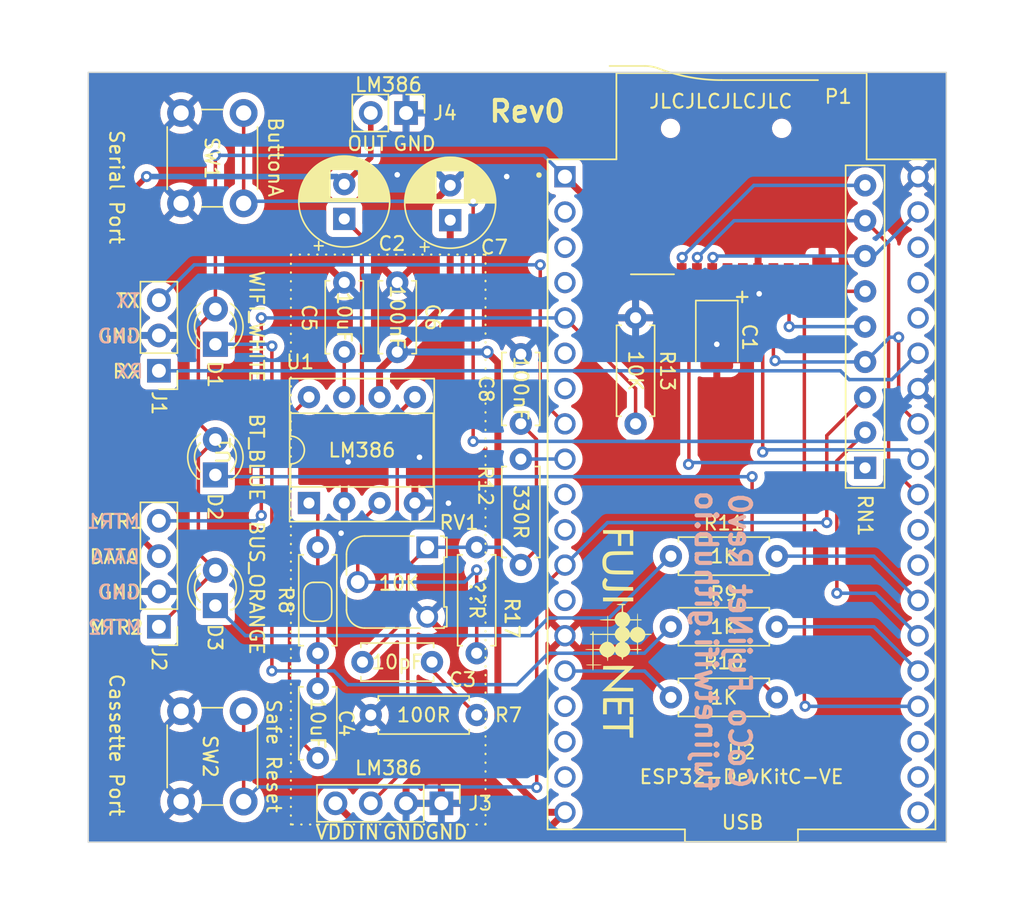
<source format=kicad_pcb>
(kicad_pcb (version 20221018) (generator pcbnew)
  (layers (0 "F.Cu" signal) (31 "B.Cu" signal) (34 "B.Paste" user) (35 "F.Paste" user) (36 "B.SilkS" user "B.Silkscreen") (37 "F.SilkS" user "F.Silkscreen") (38 "B.Mask" user) (39 "F.Mask" user) (44 "Edge.Cuts" user))
  (net 0 "")
  (net 1 "+3.3V")
  (net 2 "GND")
  (net 3 "Net-(C2-Pad1)")
  (net 4 "/CAS_PIN4_DATAIN")
  (net 5 "Net-(C3-Pad2)")
  (net 6 "Net-(C4-Pad2)")
  (net 7 "Net-(U1-BYPASS)")
  (net 8 "+5V")
  (net 9 "/LM386_IN")
  (net 10 "Net-(D1-K)")
  (net 11 "Net-(D2-K)")
  (net 12 "Net-(D3-K)")
  (net 13 "/SER_PIN2_RX")
  (net 14 "/SER_PIN4_TX")
  (net 15 "/CAS_PIN3_MTR1")
  (net 16 "Net-(P1-DAT2)")
  (net 17 "/IO5{slash}SPI_CS")
  (net 18 "/IO23{slash}SPI_MOSI")
  (net 19 "/IO18{slash}SPI_CLK")
  (net 20 "/IO19{slash}SPI_MISO")
  (net 21 "Net-(P1-DAT1)")
  (net 22 "/IO15{slash}CD")
  (net 23 "Net-(JP1-A)")
  (net 24 "/IO2{slash}LED_WIFI")
  (net 25 "/IO13{slash}LED_BT")
  (net 26 "/IO4{slash}LED_BUS")
  (net 27 "Net-(U2-IO25)")
  (net 28 "/IO14{slash}SAFE_RESET")
  (net 29 "Net-(U1-+)")
  (net 49 "Net-(JP1-B)")
  (net 50 "/IO0{slash}BUTTON_A")
  (footprint "LED_THT:LED_D3.0mm" (layer "F.Cu") (at 134.874 73.025 90)
    (fp_text reference "D1" (at -2.159 -0.036 270 unlocked) (layer "F.SilkS"))
    (fp_text value "WIFI_WHITE" (at 1.27 2.96 270 unlocked) (layer "F.SilkS"))
    (pad "1" thru_hole rect (at 0 0 90) (size 1.8 1.8) (drill 0.9) (layers "*.Cu" "*.Mask") (net 10 "Net-(D1-K)"))
    (pad "2" thru_hole circle (at 2.54 0 90) (size 1.8 1.8) (drill 0.9) (layers "*.Cu" "*.Mask") (net 1 "+3.3V"))
  )
  (footprint "Button_Switch_THT:SW_PUSH_6mm_H5mm" (layer "F.Cu") (at 136.906 56.388 -90)
    (fp_text reference "SW1" (at 3.25 2.286 -90 unlocked) (layer "F.SilkS"))
    (fp_text value "ButtonA" (at 3.175 -2.286 -90 unlocked) (layer "F.SilkS"))
    (pad "1" thru_hole circle (at 0 0) (size 2 2) (drill 1.1) (layers "*.Cu" "*.Mask") (net 50 "/IO0{slash}BUTTON_A"))
    (pad "1" thru_hole circle (at 6.5 0) (size 2 2) (drill 1.1) (layers "*.Cu" "*.Mask") (net 50 "/IO0{slash}BUTTON_A"))
    (pad "2" thru_hole circle (at 0 4.5) (size 2 2) (drill 1.1) (layers "*.Cu" "*.Mask") (net 2 "GND"))
    (pad "2" thru_hole circle (at 6.5 4.5) (size 2 2) (drill 1.1) (layers "*.Cu" "*.Mask") (net 2 "GND"))
  )
  (footprint "Connector_PinHeader_2.54mm:PinHeader_1x04_P2.54mm_Vertical" (layer "F.Cu") (at 130.81 93.345 180)
    (fp_text reference "J2" (at 0 -2.33 270 unlocked) (layer "F.SilkS"))
    (fp_text value "Cassette Port" (at 3.048 -8.509 270 unlocked) (layer "F.SilkS"))
    (pad "1" thru_hole rect (at 0 0 180) (size 1.7 1.7) (drill 1) (layers "*.Cu" "*.Mask") (net 1 "+3.3V"))
    (pad "2" thru_hole oval (at 0 2.54 180) (size 1.7 1.7) (drill 1) (layers "*.Cu" "*.Mask") (net 2 "GND"))
    (pad "3" thru_hole oval (at 0 5.08 180) (size 1.7 1.7) (drill 1) (layers "*.Cu" "*.Mask") (net 4 "/CAS_PIN4_DATAIN"))
    (pad "4" thru_hole oval (at 0 7.62 180) (size 1.7 1.7) (drill 1) (layers "*.Cu" "*.Mask") (net 15 "/CAS_PIN3_MTR1"))
  )
  (footprint "Resistor_THT:R_Axial_DIN0207_L6.3mm_D2.5mm_P7.62mm_Horizontal" (layer "F.Cu") (at 153.67 95.25 90)
    (fp_text reference "R17" (at 2.54 2.54 270 unlocked) (layer "F.SilkS"))
    (fp_text value "??R" (at 3.81 0 270 unlocked) (layer "F.SilkS"))
    (fp_text user "${REFERENCE}" (at 2.54 2.54 270 unlocked) (layer "F.SilkS"))
    (pad "1" thru_hole circle (at 0 0 90) (size 1.6 1.6) (drill 0.8) (layers "*.Cu" "*.Mask") (net 29 "Net-(U1-+)"))
    (pad "2" thru_hole oval (at 7.62 0 90) (size 1.6 1.6) (drill 0.8) (layers "*.Cu" "*.Mask") (net 9 "/LM386_IN"))
  )
  (footprint "Connector_PinHeader_2.54mm:PinHeader_1x02_P2.54mm_Vertical" (layer "F.Cu") (at 148.59 56.388 -90)
    (fp_text reference "J4" (at 0 -2.794) (layer "F.SilkS"))
    (fp_text value "LM386" (at -2.032 1.27 unlocked) (layer "F.SilkS"))
    (pad "1" thru_hole rect (at 0 0 270) (size 1.7 1.7) (drill 1) (layers "*.Cu" "*.Mask") (net 2 "GND"))
    (pad "2" thru_hole oval (at 0 2.54 270) (size 1.7 1.7) (drill 1) (layers "*.Cu" "*.Mask") (net 4 "/CAS_PIN4_DATAIN"))
  )
  (footprint "LED_THT:LED_D3.0mm" (layer "F.Cu") (at 134.874 91.821 90)
    (fp_text reference "D3" (at -2.286 -0.036 270 unlocked) (layer "F.SilkS"))
    (fp_text value "BUS_ORANGE" (at 1.27 2.96 270 unlocked) (layer "F.SilkS"))
    (pad "1" thru_hole rect (at 0 0 90) (size 1.8 1.8) (drill 0.9) (layers "*.Cu" "*.Mask") (net 12 "Net-(D3-K)"))
    (pad "2" thru_hole circle (at 2.54 0 90) (size 1.8 1.8) (drill 0.9) (layers "*.Cu" "*.Mask") (net 1 "+3.3V"))
  )
  (footprint "Capacitor_THT:C_Disc_D5.0mm_W2.5mm_P5.00mm" (layer "F.Cu") (at 147.955 73.58 90)
    (fp_text reference "C6" (at 2.5 2.54 270 unlocked) (layer "F.SilkS"))
    (fp_text value "100nF" (at 2.5 0 270 unlocked) (layer "F.SilkS"))
    (pad "1" thru_hole circle (at 0 0 90) (size 1.6 1.6) (drill 0.8) (layers "*.Cu" "*.Mask") (net 8 "+5V"))
    (pad "2" thru_hole circle (at 5 0 90) (size 1.6 1.6) (drill 0.8) (layers "*.Cu" "*.Mask") (net 2 "GND"))
  )
  (footprint "ESP32-DEVKITC-32U:MODULE_ESP32-DEVKITC-32U" (layer "F.Cu") (at 172.72 83.82)
    (fp_text reference "U2" (at 0 18.542 unlocked) (layer "F.SilkS"))
    (fp_text value "ESP32-DevKitC-VE" (at 0 20.32) (layer "F.SilkS"))
    (pad "1" thru_hole rect (at -12.7 -22.85) (size 1.53 1.53) (drill 1.02) (layers "*.Cu" "*.Mask") (net 1 "+3.3V"))
    (pad "2" thru_hole circle (at -12.7 -20.31) (size 1.53 1.53) (drill 1.02) (layers "*.Cu" "*.Mask"))
    (pad "3" thru_hole circle (at -12.7 -17.77) (size 1.53 1.53) (drill 1.02) (layers "*.Cu" "*.Mask"))
    (pad "4" thru_hole circle (at -12.7 -15.23) (size 1.53 1.53) (drill 1.02) (layers "*.Cu" "*.Mask"))
    (pad "5" thru_hole circle (at -12.7 -12.69) (size 1.53 1.53) (drill 1.02) (layers "*.Cu" "*.Mask") (net 15 "/CAS_PIN3_MTR1"))
    (pad "6" thru_hole circle (at -12.7 -10.15) (size 1.53 1.53) (drill 1.02) (layers "*.Cu" "*.Mask"))
    (pad "7" thru_hole circle (at -12.7 -7.61) (size 1.53 1.53) (drill 1.02) (layers "*.Cu" "*.Mask"))
    (pad "8" thru_hole circle (at -12.7 -5.07) (size 1.53 1.53) (drill 1.02) (layers "*.Cu" "*.Mask") (net 14 "/SER_PIN4_TX"))
    (pad "9" thru_hole circle (at -12.7 -2.53) (size 1.53 1.53) (drill 1.02) (layers "*.Cu" "*.Mask") (net 27 "Net-(U2-IO25)"))
    (pad "10" thru_hole circle (at -12.7 0.01) (size 1.53 1.53) (drill 1.02) (layers "*.Cu" "*.Mask"))
    (pad "11" thru_hole circle (at -12.7 2.55) (size 1.53 1.53) (drill 1.02) (layers "*.Cu" "*.Mask"))
    (pad "12" thru_hole circle (at -12.7 5.09) (size 1.53 1.53) (drill 1.02) (layers "*.Cu" "*.Mask") (net 28 "/IO14{slash}SAFE_RESET"))
    (pad "13" thru_hole circle (at -12.7 7.63) (size 1.53 1.53) (drill 1.02) (layers "*.Cu" "*.Mask"))
    (pad "14" thru_hole circle (at -12.7 10.17) (size 1.53 1.53) (drill 1.02) (layers "*.Cu" "*.Mask") (net 2 "GND"))
    (pad "15" thru_hole circle (at -12.7 12.71) (size 1.53 1.53) (drill 1.02) (layers "*.Cu" "*.Mask") (net 25 "/IO13{slash}LED_BT"))
    (pad "16" thru_hole circle (at -12.7 15.25) (size 1.53 1.53) (drill 1.02) (layers "*.Cu" "*.Mask"))
    (pad "17" thru_hole circle (at -12.7 17.79) (size 1.53 1.53) (drill 1.02) (layers "*.Cu" "*.Mask"))
    (pad "18" thru_hole circle (at -12.7 20.33) (size 1.53 1.53) (drill 1.02) (layers "*.Cu" "*.Mask"))
    (pad "19" thru_hole circle (at -12.7 22.87) (size 1.53 1.53) (drill 1.02) (layers "*.Cu" "*.Mask") (net 8 "+5V"))
    (pad "20" thru_hole circle (at 12.7 22.87) (size 1.53 1.53) (drill 1.02) (layers "*.Cu" "*.Mask"))
    (pad "21" thru_hole circle (at 12.7 20.33) (size 1.53 1.53) (drill 1.02) (layers "*.Cu" "*.Mask"))
    (pad "22" thru_hole circle (at 12.7 17.79) (size 1.53 1.53) (drill 1.02) (layers "*.Cu" "*.Mask"))
    (pad "23" thru_hole circle (at 12.7 15.25) (size 1.53 1.53) (drill 1.02) (layers "*.Cu" "*.Mask") (net 22 "/IO15{slash}CD"))
    (pad "24" thru_hole circle (at 12.7 12.71) (size 1.53 1.53) (drill 1.02) (layers "*.Cu" "*.Mask") (net 24 "/IO2{slash}LED_WIFI"))
    (pad "25" thru_hole circle (at 12.7 10.17) (size 1.53 1.53) (drill 1.02) (layers "*.Cu" "*.Mask") (net 50 "/IO0{slash}BUTTON_A"))
    (pad "26" thru_hole circle (at 12.7 7.63) (size 1.53 1.53) (drill 1.02) (layers "*.Cu" "*.Mask") (net 26 "/IO4{slash}LED_BUS"))
    (pad "27" thru_hole circle (at 12.7 5.09) (size 1.53 1.53) (drill 1.02) (layers "*.Cu" "*.Mask"))
    (pad "28" thru_hole circle (at 12.7 2.55) (size 1.53 1.53) (drill 1.02) (layers "*.Cu" "*.Mask"))
    (pad "29" thru_hole circle (at 12.7 0.01) (size 1.53 1.53) (drill 1.02) (layers "*.Cu" "*.Mask") (net 17 "/IO5{slash}SPI_CS"))
    (pad "30" thru_hole circle (at 12.7 -2.53) (size 1.53 1.53) (drill 1.02) (layers "*.Cu" "*.Mask") (net 19 "/IO18{slash}SPI_CLK"))
    (pad "31" thru_hole circle (at 12.7 -5.07) (size 1.53 1.53) (drill 1.02) (layers "*.Cu" "*.Mask") (net 20 "/IO19{slash}SPI_MISO"))
    (pad "32" thru_hole circle (at 12.7 -7.61) (size 1.53 1.53) (drill 1.02) (layers "*.Cu" "*.Mask") (net 2 "GND"))
    (pad "33" thru_hole circle (at 12.7 -10.15) (size 1.53 1.53) (drill 1.02) (layers "*.Cu" "*.Mask") (net 13 "/SER_PIN2_RX"))
    (pad "34" thru_hole circle (at 12.7 -12.69) (size 1.53 1.53) (drill 1.02) (layers "*.Cu" "*.Mask"))
    (pad "35" thru_hole circle (at 12.7 -15.23) (size 1.53 1.53) (drill 1.02) (layers "*.Cu" "*.Mask"))
    (pad "36" thru_hole circle (at 12.7 -17.77) (size 1.53 1.53) (drill 1.02) (layers "*.Cu" "*.Mask"))
    (pad "37" thru_hole circle (at 12.7 -20.31) (size 1.53 1.53) (drill 1.02) (layers "*.Cu" "*.Mask") (net 18 "/IO23{slash}SPI_MOSI"))
    (pad "38" thru_hole circle (at 12.7 -22.85) (size 1.53 1.53) (drill 1.02) (layers "*.Cu" "*.Mask") (net 2 "GND"))
  )
  (footprint "Resistor_THT:R_Axial_DIN0207_L6.3mm_D2.5mm_P7.62mm_Horizontal" (layer "F.Cu") (at 167.64 93.345)
    (fp_text reference "R9" (at 3.81 -2.37) (layer "F.SilkS"))
    (fp_text value "1K" (at 3.81 0 unlocked) (layer "F.SilkS"))
    (pad "1" thru_hole circle (at 0 0) (size 1.6 1.6) (drill 0.8) (layers "*.Cu" "*.Mask") (net 10 "Net-(D1-K)"))
    (pad "2" thru_hole oval (at 7.62 0) (size 1.6 1.6) (drill 0.8) (layers "*.Cu" "*.Mask") (net 24 "/IO2{slash}LED_WIFI"))
  )
  (footprint "Connector_PinHeader_2.54mm:PinHeader_1x04_P2.54mm_Vertical" (layer "F.Cu") (at 151.13 106.045 -90)
    (fp_text reference "J3" (at 0 -2.794 -180) (layer "F.SilkS"))
    (fp_text value "LM386" (at -2.54 3.81 180) (layer "F.SilkS"))
    (pad "1" thru_hole rect (at 0 0 270) (size 1.7 1.7) (drill 1) (layers "*.Cu" "*.Mask") (net 2 "GND"))
    (pad "2" thru_hole oval (at 0 2.54 270) (size 1.7 1.7) (drill 1) (layers "*.Cu" "*.Mask") (net 2 "GND"))
    (pad "3" thru_hole oval (at 0 5.08 270) (size 1.7 1.7) (drill 1) (layers "*.Cu" "*.Mask") (net 9 "/LM386_IN"))
    (pad "4" thru_hole oval (at 0 7.62 270) (size 1.7 1.7) (drill 1) (layers "*.Cu" "*.Mask") (net 8 "+5V"))
  )
  (footprint "Resistor_THT:R_Axial_DIN0207_L6.3mm_D2.5mm_P7.62mm_Horizontal" (layer "F.Cu") (at 146.05 99.695)
    (fp_text reference "R7" (at 9.906 0) (layer "F.SilkS"))
    (fp_text value "100R" (at 3.81 0 unlocked) (layer "F.SilkS"))
    (pad "1" thru_hole circle (at 0 0) (size 1.6 1.6) (drill 0.8) (layers "*.Cu" "*.Mask") (net 2 "GND"))
    (pad "2" thru_hole oval (at 7.62 0) (size 1.6 1.6) (drill 0.8) (layers "*.Cu" "*.Mask") (net 5 "Net-(C3-Pad2)"))
  )
  (footprint "Capacitor_Tantalum_SMD:CP_EIA-3528-15_AVX-H_Pad1.50x2.35mm_HandSolder" (layer "F.Cu") (at 170.942 72.517 -90)
    (fp_text reference "C1" (at 0 -2.35 -90 unlocked) (layer "F.SilkS"))
    (fp_text value "47uF 10v")
    (pad "1" smd roundrect (at -1.625 0 270) (size 1.5 2.35) (layers "F.Cu" "F.Paste" "F.Mask") (roundrect_rratio 0.1666673333) (net 1 "+3.3V"))
    (pad "2" smd roundrect (at 1.625 0 270) (size 1.5 2.35) (layers "F.Cu" "F.Paste" "F.Mask") (roundrect_rratio 0.1666673333) (net 2 "GND"))
  )
  (footprint "Resistor_THT:R_Axial_DIN0207_L6.3mm_D2.5mm_P7.62mm_Horizontal" (layer "F.Cu") (at 167.64 88.265)
    (fp_text reference "R11" (at 3.81 -2.37) (layer "F.SilkS"))
    (fp_text value "1K" (at 3.81 0 unlocked) (layer "F.SilkS"))
    (pad "1" thru_hole circle (at 0 0) (size 1.6 1.6) (drill 0.8) (layers "*.Cu" "*.Mask") (net 12 "Net-(D3-K)"))
    (pad "2" thru_hole oval (at 7.62 0) (size 1.6 1.6) (drill 0.8) (layers "*.Cu" "*.Mask") (net 26 "/IO4{slash}LED_BUS"))
  )
  (footprint "Capacitor_THT:CP_Radial_D6.3mm_P2.50mm" (layer "F.Cu") (at 151.765 64.095 90)
    (fp_text reference "C7" (at -1.945 3.175 180) (layer "F.SilkS"))
    (fp_text value "100uF")
    (pad "1" thru_hole rect (at 0 0 90) (size 1.6 1.6) (drill 0.8) (layers "*.Cu" "*.Mask") (net 8 "+5V"))
    (pad "2" thru_hole circle (at 2.5 0 90) (size 1.6 1.6) (drill 0.8) (layers "*.Cu" "*.Mask") (net 2 "GND"))
  )
  (footprint "Button_Switch_THT:SW_PUSH_6mm_H5mm" (layer "F.Cu") (at 136.906 99.418 -90)
    (fp_text reference "SW2" (at 3.25 2.413 -90 unlocked) (layer "F.SilkS"))
    (fp_text value "Safe Reset" (at 3.23 -2.159 -90 unlocked) (layer "F.SilkS"))
    (pad "1" thru_hole circle (at 0 0) (size 2 2) (drill 1.1) (layers "*.Cu" "*.Mask") (net 28 "/IO14{slash}SAFE_RESET"))
    (pad "1" thru_hole circle (at 6.5 0) (size 2 2) (drill 1.1) (layers "*.Cu" "*.Mask") (net 28 "/IO14{slash}SAFE_RESET"))
    (pad "2" thru_hole circle (at 0 4.5) (size 2 2) (drill 1.1) (layers "*.Cu" "*.Mask") (net 2 "GND"))
    (pad "2" thru_hole circle (at 6.5 4.5) (size 2 2) (drill 1.1) (layers "*.Cu" "*.Mask") (net 2 "GND"))
  )
  (footprint "Jumper:SolderJumper-2_P1.3mm_Bridged_RoundedPad1.0x1.5mm" (layer "F.Cu") (at 142.24 91.552 90)
    (fp_text reference "JP1" hide)
    (fp_text value "GAIN" hide)
    (fp_poly (pts (xy 0.25 -0.3) (xy -0.25 -0.3) (xy -0.25 0.3) (xy 0.25 0.3)) (fill solid) (layer "F.Cu"))
    (pad "1" smd custom (at -0.65 0 90) (size 1 0.5) (layers "F.Cu" "F.Mask") (net 23 "Net-(JP1-A)") (options (clearance outline) (anchor rect)) (primitives (gr_circle (center 0 0.25) (end 0.5 0.25) (width 0) (fill yes)) (gr_circle (center 0 -0.25) (end 0.5 -0.25) (width 0) (fill yes)) (gr_poly (pts (xy 0.5 0.75) (xy 0 0.75) (xy 0 -0.75) (xy 0.5 -0.75)) (width 0) (fill yes))))
    (pad "2" smd custom (at 0.65 0 90) (size 1 0.5) (layers "F.Cu" "F.Mask") (net 49 "Net-(JP1-B)") (options (clearance outline) (anchor rect)) (primitives (gr_circle (center 0 0.25) (end 0.5 0.25) (width 0) (fill yes)) (gr_circle (center 0 -0.25) (end 0.5 -0.25) (width 0) (fill yes)) (gr_poly (pts (xy 0 0.75) (xy -0.5 0.75) (xy -0.5 -0.75) (xy 0 -0.75)) (width 0) (fill yes))))
  )
  (footprint "Connector_PinHeader_2.54mm:PinHeader_1x03_P2.54mm_Vertical" (layer "F.Cu") (at 130.81 74.93 180)
    (fp_text reference "J1" (at 0 -2.33 270 unlocked) (layer "F.SilkS"))
    (fp_text value "Serial Port" (at 3.048 13.208 270 unlocked) (layer "F.SilkS"))
    (pad "1" thru_hole rect (at 0 0 180) (size 1.7 1.7) (drill 1) (layers "*.Cu" "*.Mask") (net 13 "/SER_PIN2_RX"))
    (pad "2" thru_hole oval (at 0 2.54 180) (size 1.7 1.7) (drill 1) (layers "*.Cu" "*.Mask") (net 2 "GND"))
    (pad "3" thru_hole oval (at 0 5.08 180) (size 1.7 1.7) (drill 1) (layers "*.Cu" "*.Mask") (net 14 "/SER_PIN4_TX"))
  )
  (footprint "Resistor_THT:R_Array_SIP9" (layer "F.Cu") (at 181.61 81.915 90)
    (fp_text reference "RN1" (at -3.429 0 270 unlocked) (layer "F.SilkS"))
    (fp_text value "10K")
    (pad "1" thru_hole rect (at 0 0 90) (size 1.6 1.6) (drill 0.8) (layers "*.Cu" "*.Mask") (net 1 "+3.3V"))
    (pad "2" thru_hole oval (at 2.54 0 90) (size 1.6 1.6) (drill 0.8) (layers "*.Cu" "*.Mask") (net 50 "/IO0{slash}BUTTON_A"))
    (pad "3" thru_hole oval (at 5.08 0 90) (size 1.6 1.6) (drill 0.8) (layers "*.Cu" "*.Mask") (net 28 "/IO14{slash}SAFE_RESET"))
    (pad "4" thru_hole oval (at 7.62 0 90) (size 1.6 1.6) (drill 0.8) (layers "*.Cu" "*.Mask") (net 20 "/IO19{slash}SPI_MISO"))
    (pad "5" thru_hole oval (at 10.16 0 90) (size 1.6 1.6) (drill 0.8) (layers "*.Cu" "*.Mask") (net 21 "Net-(P1-DAT1)"))
    (pad "6" thru_hole oval (at 12.7 0 90) (size 1.6 1.6) (drill 0.8) (layers "*.Cu" "*.Mask") (net 22 "/IO15{slash}CD"))
    (pad "7" thru_hole oval (at 15.24 0 90) (size 1.6 1.6) (drill 0.8) (layers "*.Cu" "*.Mask") (net 18 "/IO23{slash}SPI_MOSI"))
    (pad "8" thru_hole oval (at 17.78 0 90) (size 1.6 1.6) (drill 0.8) (layers "*.Cu" "*.Mask") (net 17 "/IO5{slash}SPI_CS"))
    (pad "9" thru_hole oval (at 20.32 0 90) (size 1.6 1.6) (drill 0.8) (layers "*.Cu" "*.Mask") (net 16 "Net-(P1-DAT2)"))
  )
  (footprint "Resistor_THT:R_Axial_DIN0207_L6.3mm_D2.5mm_P7.62mm_Horizontal" (layer "F.Cu") (at 165.1 78.74 90)
    (fp_text reference "R13" (at 3.81 2.286 270 unlocked) (layer "F.SilkS"))
    (fp_text value "10K" (at 3.81 0 270 unlocked) (layer "F.SilkS"))
    (pad "1" thru_hole circle (at 0 0 90) (size 1.6 1.6) (drill 0.8) (layers "*.Cu" "*.Mask") (net 15 "/CAS_PIN3_MTR1"))
    (pad "2" thru_hole oval (at 7.62 0 90) (size 1.6 1.6) (drill 0.8) (layers "*.Cu" "*.Mask") (net 2 "GND"))
  )
  (footprint "Capacitor_THT:C_Disc_D5.0mm_W2.5mm_P5.00mm" (layer "F.Cu") (at 142.24 97.79 -90)
    (fp_text reference "C4" (at 2.5 -2.032 -90 unlocked) (layer "F.SilkS"))
    (fp_text value "10uF" (at 2.5 0 -90 unlocked) (layer "F.SilkS"))
    (pad "1" thru_hole circle (at 0 0 270) (size 1.6 1.6) (drill 0.8) (layers "*.Cu" "*.Mask") (net 23 "Net-(JP1-A)"))
    (pad "2" thru_hole circle (at 5 0 270) (size 1.6 1.6) (drill 0.8) (layers "*.Cu" "*.Mask") (net 6 "Net-(C4-Pad2)"))
  )
  (footprint "LED_THT:LED_D3.0mm" (layer "F.Cu") (at 134.874 82.423 90)
    (fp_text reference "D2" (at -2.281 -0.036 270 unlocked) (layer "F.SilkS"))
    (fp_text value "BT_BLUE" (at 1.27 2.96 270 unlocked) (layer "F.SilkS"))
    (pad "1" thru_hole rect (at 0 0 90) (size 1.8 1.8) (drill 0.9) (layers "*.Cu" "*.Mask") (net 11 "Net-(D2-K)"))
    (pad "2" thru_hole circle (at 2.54 0 90) (size 1.8 1.8) (drill 0.9) (layers "*.Cu" "*.Mask") (net 1 "+3.3V"))
  )
  (footprint "Capacitor_THT:CP_Radial_D6.3mm_P2.50mm" (layer "F.Cu") (at 144.145 64.00738 90)
    (fp_text reference "C2" (at -1.77862 3.429 180) (layer "F.SilkS"))
    (fp_text value "100uF")
    (pad "1" thru_hole rect (at 0 0 90) (size 1.6 1.6) (drill 0.8) (layers "*.Cu" "*.Mask") (net 3 "Net-(C2-Pad1)"))
    (pad "2" thru_hole circle (at 2.5 0 90) (size 1.6 1.6) (drill 0.8) (layers "*.Cu" "*.Mask") (net 4 "/CAS_PIN4_DATAIN"))
  )
  (footprint "Capacitor_THT:C_Disc_D5.0mm_W2.5mm_P5.00mm" (layer "F.Cu") (at 144.145 68.58 -90)
    (fp_text reference "C5" (at 2.54 2.54 -90 unlocked) (layer "F.SilkS"))
    (fp_text value "10uF" (at 2.5 0 -90 unlocked) (layer "F.SilkS"))
    (pad "1" thru_hole circle (at 0 0 270) (size 1.6 1.6) (drill 0.8) (layers "*.Cu" "*.Mask") (net 2 "GND"))
    (pad "2" thru_hole circle (at 5 0 270) (size 1.6 1.6) (drill 0.8) (layers "*.Cu" "*.Mask") (net 7 "Net-(U1-BYPASS)"))
  )
  (footprint "LOGO" (layer "F.Cu") (at 163.83 93.8784 -90)
    (fp_text reference "G***" hide)
    (fp_text value "LOGO" hide)
  )
  (footprint "Capacitor_THT:C_Disc_D5.0mm_W2.5mm_P5.00mm" (layer "F.Cu") (at 156.845 78.74 90)
    (fp_text reference "C8" (at 2.5 -2.5 270 unlocked) (layer "F.SilkS"))
    (fp_text value "100nF" (at 2.54 0 270 unlocked) (layer "F.SilkS"))
    (pad "1" thru_hole circle (at 0 0 90) (size 1.6 1.6) (drill 0.8) (layers "*.Cu" "*.Mask") (net 9 "/LM386_IN"))
    (pad "2" thru_hole circle (at 5 0 90) (size 1.6 1.6) (drill 0.8) (layers "*.Cu" "*.Mask") (net 2 "GND"))
  )
  (footprint "ST-TF-003A:SUNTECH_ST-TF-003A" (layer "F.Cu") (at 171.9326 62.6618 180)
    (fp_text reference "P1" (at -7.745 7.456) (layer "F.SilkS"))
    (fp_text value "ST-TF-003A")
    (pad "" np_thru_hole circle (at -3.68 5.17 180) (size 0.9 0.9) (drill 0.9) (layers "*.Cu" "*.Mask"))
    (pad "" np_thru_hole circle (at 4.32 5.17 180) (size 0.9 0.9) (drill 0.9) (layers "*.Cu" "*.Mask"))
    (pad "1" smd rect (at 3.52 -5.33 180) (size 0.7 1.6) (layers "F.Cu" "F.Paste" "F.Mask") (net 16 "Net-(P1-DAT2)"))
    (pad "2" smd rect (at 2.42 -5.33 180) (size 0.7 1.6) (layers "F.Cu" "F.Paste" "F.Mask") (net 17 "/IO5{slash}SPI_CS"))
    (pad "3" smd rect (at 1.32 -5.33 180) (size 0.7 1.6) (layers "F.Cu" "F.Paste" "F.Mask") (net 18 "/IO23{slash}SPI_MOSI"))
    (pad "4" smd rect (at 0.22 -5.33 180) (size 0.7 1.6) (layers "F.Cu" "F.Paste" "F.Mask") (net 1 "+3.3V"))
    (pad "5" smd rect (at -0.88 -5.33 180) (size 0.7 1.6) (layers "F.Cu" "F.Paste" "F.Mask") (net 19 "/IO18{slash}SPI_CLK"))
    (pad "6" smd rect (at -1.98 -5.33 180) (size 0.7 1.6) (layers "F.Cu" "F.Paste" "F.Mask") (net 2 "GND"))
    (pad "7" smd rect (at -3.08 -5.33 180) (size 0.7 1.6) (layers "F.Cu" "F.Paste" "F.Mask") (net 20 "/IO19{slash}SPI_MISO"))
    (pad "8" smd rect (at -4.18 -5.33 180) (size 0.7 1.6) (layers "F.Cu" "F.Paste" "F.Mask") (net 21 "Net-(P1-DAT1)"))
    (pad "9" smd rect (at -5.28 -5.33 180) (size 0.7 1.6) (layers "F.Cu" "F.Paste" "F.Mask") (net 22 "/IO15{slash}CD"))
    (pad "G1" smd rect (at -6.58 -4.73 180) (size 1.4 1.6) (layers "F.Cu" "F.Paste" "F.Mask") (net 2 "GND"))
    (pad "G2" smd rect (at -6.58 4.77 180) (size 1.4 2.2) (layers "F.Cu" "F.Paste" "F.Mask") (net 2 "GND"))
    (pad "G3" smd rect (at 9.12 4.77 180) (size 1.4 2.2) (layers "F.Cu" "F.Paste" "F.Mask") (net 2 "GND"))
    (pad "G4" smd rect (at 8.22 -4.83 180) (size 1.8 1.4) (layers "F.Cu" "F.Paste" "F.Mask") (net 2 "GND"))
  )
  (footprint "Potentiometer_THT:Potentiometer_Runtron_RM-065_Vertical" (layer "F.Cu") (at 150.114 87.63 -90)
    (fp_text reference "RV1" (at -1.778 -2.286) (layer "F.SilkS"))
    (fp_text value "10K" (at 2.6 2.032 unlocked) (layer "F.SilkS"))
    (pad "1" thru_hole rect (at 0 0 270) (size 1.56 1.56) (drill 1) (layers "*.Cu" "*.Mask") (net 9 "/LM386_IN"))
    (pad "2" thru_hole circle (at 2.5 5 270) (size 1.56 1.56) (drill 1) (layers "*.Cu" "*.Mask") (net 29 "Net-(U1-+)"))
    (pad "3" thru_hole circle (at 5 0 270) (size 1.56 1.56) (drill 1) (layers "*.Cu" "*.Mask") (net 2 "GND"))
  )
  (footprint "Resistor_THT:R_Axial_DIN0207_L6.3mm_D2.5mm_P7.62mm_Horizontal" (layer "F.Cu") (at 156.845 88.9 90)
    (fp_text reference "R12" (at 5.715 -2.54 270 unlocked) (layer "F.SilkS"))
    (fp_text value "330R" (at 3.81 0 270 unlocked) (layer "F.SilkS"))
    (pad "1" thru_hole circle (at 0 0 90) (size 1.6 1.6) (drill 0.8) (layers "*.Cu" "*.Mask") (net 9 "/LM386_IN"))
    (pad "2" thru_hole oval (at 7.62 0 90) (size 1.6 1.6) (drill 0.8) (layers "*.Cu" "*.Mask") (net 27 "Net-(U2-IO25)"))
  )
  (footprint "Resistor_THT:R_Axial_DIN0207_L6.3mm_D2.5mm_P7.62mm_Horizontal" (layer "F.Cu") (at 142.24 95.25 90)
    (fp_text reference "R8" (at 3.81 -2.286 270 unlocked) (layer "F.SilkS"))
    (fp_text value "0R" hide)
    (pad "1" thru_hole circle (at 0 0 90) (size 1.6 1.6) (drill 0.8) (layers "*.Cu" "*.Mask") (net 23 "Net-(JP1-A)"))
    (pad "2" thru_hole oval (at 7.62 0 90) (size 1.6 1.6) (drill 0.8) (layers "*.Cu" "*.Mask") (net 49 "Net-(JP1-B)"))
  )
  (footprint "Capacitor_THT:C_Disc_D5.0mm_W2.5mm_P5.00mm" (layer "F.Cu") (at 145.455 95.885)
    (fp_text reference "C3" (at 7.199 1.27) (layer "F.SilkS"))
    (fp_text value "10pF" (at 2.5 0 unlocked) (layer "F.SilkS"))
    (pad "1" thru_hole circle (at 0 0) (size 1.6 1.6) (drill 0.8) (layers "*.Cu" "*.Mask") (net 3 "Net-(C2-Pad1)"))
    (pad "2" thru_hole circle (at 5 0) (size 1.6 1.6) (drill 0.8) (layers "*.Cu" "*.Mask") (net 5 "Net-(C3-Pad2)"))
  )
  (footprint "Package_DIP:DIP-8_W7.62mm_Socket" (layer "F.Cu") (at 141.605 84.445 90)
    (fp_text reference "U1" (at 3.81 -6.14 90) (layer "F.SilkS"))
    (fp_text value "LM386" (at 3.8 3.81 unlocked) (layer "F.SilkS"))
    (fp_text user "${REFERENCE}" (at 10.15 -0.635 unlocked) (layer "F.SilkS"))
    (pad "1" thru_hole rect (at 0 0 90) (size 1.6 1.6) (drill 0.8) (layers "*.Cu" "*.Mask") (net 49 "Net-(JP1-B)"))
    (pad "2" thru_hole oval (at 0 2.54 90) (size 1.6 1.6) (drill 0.8) (layers "*.Cu" "*.Mask") (net 2 "GND"))
    (pad "3" thru_hole oval (at 0 5.08 90) (size 1.6 1.6) (drill 0.8) (layers "*.Cu" "*.Mask") (net 29 "Net-(U1-+)"))
    (pad "4" thru_hole oval (at 0 7.62 90) (size 1.6 1.6) (drill 0.8) (layers "*.Cu" "*.Mask") (net 2 "GND"))
    (pad "5" thru_hole oval (at 7.62 7.62 90) (size 1.6 1.6) (drill 0.8) (layers "*.Cu" "*.Mask") (net 3 "Net-(C2-Pad1)"))
    (pad "6" thru_hole oval (at 7.62 5.08 90) (size 1.6 1.6) (drill 0.8) (layers "*.Cu" "*.Mask") (net 8 "+5V"))
    (pad "7" thru_hole oval (at 7.62 2.54 90) (size 1.6 1.6) (drill 0.8) (layers "*.Cu" "*.Mask") (net 7 "Net-(U1-BYPASS)"))
    (pad "8" thru_hole oval (at 7.62 0 90) (size 1.6 1.6) (drill 0.8) (layers "*.Cu" "*.Mask") (net 6 "Net-(C4-Pad2)"))
  )
  (footprint "Resistor_THT:R_Axial_DIN0207_L6.3mm_D2.5mm_P7.62mm_Horizontal" (layer "F.Cu") (at 175.26 98.425 180)
    (fp_text reference "R10" (at 3.81 2.54) (layer "F.SilkS"))
    (fp_text value "1K" (at 3.81 0 unlocked) (layer "F.SilkS"))
    (pad "1" thru_hole circle (at 0 0 180) (size 1.6 1.6) (drill 0.8) (layers "*.Cu" "*.Mask") (net 11 "Net-(D2-K)"))
    (pad "2" thru_hole oval (at 7.62 0 180) (size 1.6 1.6) (drill 0.8) (layers "*.Cu" "*.Mask") (net 25 "/IO13{slash}LED_BT"))
  )
  (gr_rect (start 140.305 66.569) (end 154.305 107.569) (stroke (width 0.15) (type dot)) (fill none) (layer "F.SilkS"))
  (gr_rect (start 125.73 53.467) (end 187.452 108.839) (stroke (width 0.1)) (fill none) (layer "Edge.Cuts"))
  (gr_text "MTR1" (at 129.54 86.36) (layer "B.SilkS") (effects (font (size 1 1)) (justify left bottom mirror)))
  (gr_text "DATA" (at 129.54 88.9) (layer "B.SilkS") (effects (font (size 1 1)) (justify left bottom mirror)))
  (gr_text "RX" (at 127.635 75.565) (layer "B.SilkS") (effects (font (size 1 1)) (justify right bottom mirror)))
  (gr_text "CoCo FujiNet Rev0\nfujinetwifi.github.io" (at 169.291 94.361 270) (layer "B.SilkS") (effects (font (size 1.5 1.5) (thickness 0.3) bold) (justify bottom mirror)))
  (gr_text "GND" (at 129.54 73.025) (layer "B.SilkS") (effects (font (size 1 1)) (justify left bottom mirror)))
  (gr_text "GND" (at 129.54 91.44) (layer "B.SilkS") (effects (font (size 1 1)) (justify left bottom mirror)))
  (gr_text "MTR2" (at 129.667 93.98) (layer "B.SilkS") (effects (font (size 1 1)) (justify left bottom mirror)))
  (gr_text "TX" (at 127.635 70.485) (layer "B.SilkS") (effects (font (size 1 1)) (justify right bottom mirror)))
  (gr_text "GND" (at 146.812 108.712) (layer "F.SilkS") (effects (font (size 1 1)) (justify left bottom)))
  (gr_text "USB" (at 171.196 108.0008) (layer "F.SilkS") (effects (font (size 1 1)) (justify left bottom)))
  (gr_text "+" (at 172.7708 69.5452) (layer "F.SilkS") (effects (font (size 1 1))))
  (gr_text "GND" (at 126.365 91.44) (layer "F.SilkS") (effects (font (size 1 1)) (justify left bottom)))
  (gr_text "MTR1" (at 125.73 86.36) (layer "F.SilkS") (effects (font (size 1 1)) (justify left bottom)))
  (gr_text "DATA" (at 125.73 88.9) (layer "F.SilkS") (effects (font (size 1 1)) (justify left bottom)))
  (gr_text "GND" (at 147.574 59.182) (layer "F.SilkS") (effects (font (size 1 1)) (justify left bottom)))
  (gr_text "MTR2" (at 125.73 93.98) (layer "F.SilkS") (effects (font (size 1 1)) (justify left bottom)))
  (gr_text "VDD" (at 141.986 108.712) (layer "F.SilkS") (effects (font (size 1 1)) (justify left bottom)))
  (gr_text "GND" (at 126.365 73.025) (layer "F.SilkS") (effects (font (size 1 1)) (justify left bottom)))
  (gr_text "RX" (at 129.54 75.565) (layer "F.SilkS") (effects (font (size 1 1)) (justify right bottom)))
  (gr_text "JLCJLCJLCJLC" (at 165.989 56.134) (layer "F.SilkS") (effects (font (size 1 1)) (justify left bottom)))
  (gr_text "Rev0" (at 154.432 57.15) (layer "F.SilkS") (effects (font (size 1.5 1.5) (thickness 0.3) bold) (justify left bottom)))
  (gr_text "IN" (at 145.034 108.712) (layer "F.SilkS") (effects (font (size 1 1)) (justify left bottom)))
  (gr_text "OUT" (at 144.272 59.182) (layer "F.SilkS") (effects (font (size 1 1)) (justify left bottom)))
  (gr_text "GND" (at 149.86 108.712) (layer "F.SilkS") (effects (font (size 1 1)) (justify left bottom)))
  (gr_text "TX" (at 129.54 70.485) (layer "F.SilkS") (effects (font (size 1 1)) (justify right bottom)))
  (segment (start 171.7126 67.9918) (end 171.7126 70.1214) (width 0.5) (layer "F.Cu") (net 1))
  (segment (start 134.874 70.485) (end 133.649 71.71) (width 0.25) (layer "F.Cu") (net 1))
  (segment (start 168.91 81.661) (end 168.936 81.635) (width 0.25) (layer "F.Cu") (net 1))
  (segment (start 133.649 81.108) (end 133.649 88.056) (width 0.25) (layer "F.Cu") (net 1))
  (segment (start 134.874 79.883) (end 133.649 81.108) (width 0.25) (layer "F.Cu") (net 1))
  (segment (start 163.576 72.898) (end 161.798 71.12) (width 0.5) (layer "F.Cu") (net 1))
  (segment (start 130.81 93.345) (end 134.874 89.281) (width 0.25) (layer "F.Cu") (net 1))
  (segment (start 168.936 72.898) (end 163.576 72.898) (width 0.5) (layer "F.Cu") (net 1))
  (segment (start 133.649 88.056) (end 134.874 89.281) (width 0.25) (layer "F.Cu") (net 1))
  (segment (start 133.649 78.658) (end 134.874 79.883) (width 0.25) (layer "F.Cu") (net 1))
  (segment (start 133.649 71.71) (end 133.649 78.658) (width 0.25) (layer "F.Cu") (net 1))
  (segment (start 161.798 62.748) (end 160.02 60.97) (width 0.5) (layer "F.Cu") (net 1))
  (segment (start 171.7126 70.1214) (end 168.936 72.898) (width 0.5) (layer "F.Cu") (net 1))
  (segment (start 134.874 59.436) (end 134.874 70.485) (width 0.25) (layer "F.Cu") (net 1))
  (segment (start 168.936 81.635) (end 168.936 72.898) (width 0.25) (layer "F.Cu") (net 1))
  (segment (start 161.798 71.12) (end 161.798 62.748) (width 0.5) (layer "F.Cu") (net 1))
  (via (at 168.91 81.661) (size 0.8) (drill 0.4) (layers "F.Cu" "B.Cu") (net 1))
  (via (at 134.874 59.436) (size 0.8) (drill 0.4) (layers "F.Cu" "B.Cu") (net 1))
  (segment (start 181.229 81.534) (end 181.61 81.915) (width 0.25) (layer "B.Cu") (net 1))
  (segment (start 168.91 81.661) (end 169.037 81.534) (width 0.25) (layer "B.Cu") (net 1))
  (segment (start 169.037 81.534) (end 181.229 81.534) (width 0.25) (layer "B.Cu") (net 1))
  (segment (start 158.486 59.436) (end 160.02 60.97) (width 0.25) (layer "B.Cu") (net 1))
  (segment (start 134.874 59.436) (end 158.486 59.436) (width 0.25) (layer "B.Cu") (net 1))
  (segment (start 170.942 73.025) (end 170.942 74.142) (width 0.5) (layer "F.Cu") (net 2))
  (segment (start 173.94 69.3428) (end 173.94 68.412) (width 0.5) (layer "F.Cu") (net 2))
  (segment (start 173.99 69.3928) (end 173.94 69.3428) (width 0.5) (layer "F.Cu") (net 2))
  (via (at 155.829 60.96) (size 0.8) (drill 0.4) (layers "F.Cu" "B.Cu") (net 2))
  (via (at 173.99 69.3928) (size 0.8) (drill 0.4) (layers "F.Cu" "B.Cu") (net 2))
  (via (at 149.5552 81.153) (size 0.8) (drill 0.4) (layers "F.Cu" "B.Cu") (net 2))
  (via (at 147.955 60.833) (size 0.8) (drill 0.4) (layers "F.Cu" "B.Cu") (net 2))
  (via (at 170.942 73.025) (size 0.8) (drill 0.4) (layers "F.Cu" "B.Cu") (net 2))
  (via (at 151.638 84.455) (size 0.8) (drill 0.4) (layers "F.Cu" "B.Cu") (net 2))
  (via (at 144.4244 81.4832) (size 0.8) (drill 0.4) (layers "F.Cu" "B.Cu") (net 2))
  (via (at 143.9164 86.614) (size 0.8) (drill 0.4) (layers "F.Cu" "B.Cu") (net 2))
  (segment (start 147.955 93.385) (end 147.955 78.095) (width 0.25) (layer "F.Cu") (net 3))
  (segment (start 147.691 78.359) (end 146.177 78.359) (width 0.3) (layer "F.Cu") (net 3))
  (segment (start 148.1 77.95) (end 149.225 76.825) (width 0.3) (layer "F.Cu") (net 3))
  (segment (start 146.177 78.359) (end 145.415 77.597) (width 0.3) (layer "F.Cu") (net 3))
  (segment (start 148.1 77.95) (end 147.691 78.359) (width 0.3) (layer "F.Cu") (net 3))
  (segment (start 145.455 95.885) (end 147.955 93.385) (width 0.25) (layer "F.Cu") (net 3))
  (segment (start 147.955 78.095) (end 148.1 77.95) (width 0.25) (layer "F.Cu") (net 3))
  (segment (start 145.415 65.27738) (end 144.145 64.00738) (width 0.3) (layer "F.Cu") (net 3))
  (segment (start 145.415 77.597) (end 145.415 65.27738) (width 0.3) (layer "F.Cu") (net 3))
  (segment (start 144.145 61.50738) (end 146.05 59.60238) (width 0.4) (layer "F.Cu") (net 4))
  (segment (start 128.143 62.738) (end 128.143 85.598) (width 0.4) (layer "F.Cu") (net 4))
  (segment (start 128.143 85.598) (end 130.81 88.265) (width 0.4) (layer "F.Cu") (net 4))
  (segment (start 129.921 60.96) (end 128.143 62.738) (width 0.4) (layer "F.Cu") (net 4))
  (segment (start 146.05 59.60238) (end 146.05 56.388) (width 0.4) (layer "F.Cu") (net 4))
  (via (at 129.921 60.96) (size 0.8) (drill 0.4) (layers "F.Cu" "B.Cu") (net 4))
  (segment (start 129.921 60.96) (end 143.59762 60.96) (width 0.4) (layer "B.Cu") (net 4))
  (segment (start 143.59762 60.96) (end 144.145 61.50738) (width 0.4) (layer "B.Cu") (net 4))
  (segment (start 150.455 96.48) (end 150.455 95.885) (width 0.25) (layer "F.Cu") (net 5))
  (segment (start 153.67 99.695) (end 150.455 96.48) (width 0.25) (layer "F.Cu") (net 5))
  (segment (start 140.208 100.758) (end 140.208 78.222) (width 0.25) (layer "F.Cu") (net 6))
  (segment (start 142.24 102.79) (end 140.208 100.758) (width 0.25) (layer "F.Cu") (net 6))
  (segment (start 140.208 78.222) (end 141.605 76.825) (width 0.25) (layer "F.Cu") (net 6))
  (segment (start 144.145 76.825) (end 144.145 73.58) (width 0.25) (layer "F.Cu") (net 7))
  (segment (start 146.685 74.85) (end 147.955 73.58) (width 0.5) (layer "F.Cu") (net 8))
  (segment (start 145.161 107.696) (end 159.014 107.696) (width 0.5) (layer "F.Cu") (net 8))
  (segment (start 146.685 76.825) (end 146.685 74.85) (width 0.5) (layer "F.Cu") (net 8))
  (segment (start 147.955 73.58) (end 151.765 69.77) (width 0.5) (layer "F.Cu") (net 8))
  (segment (start 143.51 106.045) (end 145.161 107.696) (width 0.5) (layer "F.Cu") (net 8))
  (segment (start 155.194 103.310082) (end 158.573918 106.69) (width 0.5) (layer "F.Cu") (net 8))
  (segment (start 154.432 73.58) (end 155.194 74.342) (width 0.5) (layer "F.Cu") (net 8))
  (segment (start 155.194 74.342) (end 155.194 103.310082) (width 0.5) (layer "F.Cu") (net 8))
  (segment (start 159.014 107.696) (end 160.02 106.69) (width 0.5) (layer "F.Cu") (net 8))
  (segment (start 151.765 69.77) (end 151.765 64.095) (width 0.5) (layer "F.Cu") (net 8))
  (segment (start 158.573918 106.69) (end 160.02 106.69) (width 0.5) (layer "F.Cu") (net 8))
  (via (at 154.432 73.58) (size 0.9) (drill 0.5) (layers "F.Cu" "B.Cu") (net 8))
  (segment (start 154.432 73.58) (end 147.955 73.58) (width 0.5) (layer "B.Cu") (net 8))
  (segment (start 148.717 89.027) (end 150.114 87.63) (width 0.25) (layer "F.Cu") (net 9))
  (segment (start 146.05 106.045) (end 148.717 103.378) (width 0.25) (layer "F.Cu") (net 9))
  (segment (start 148.717 103.378) (end 148.717 89.027) (width 0.25) (layer "F.Cu") (net 9))
  (segment (start 157.97 87.775) (end 156.845 88.9) (width 0.25) (layer "F.Cu") (net 9))
  (segment (start 157.97 79.865) (end 157.97 87.775) (width 0.25) (layer "F.Cu") (net 9))
  (segment (start 156.845 78.74) (end 157.97 79.865) (width 0.25) (layer "F.Cu") (net 9))
  (segment (start 150.114 87.63) (end 153.67 87.63) (width 0.25) (layer "B.Cu") (net 9))
  (segment (start 155.575 87.63) (end 153.67 87.63) (width 0.25) (layer "B.Cu") (net 9))
  (segment (start 156.845 88.9) (end 155.575 87.63) (width 0.25) (layer "B.Cu") (net 9))
  (segment (start 138.938 73.152) (end 138.938 96.52) (width 0.25) (layer "F.Cu") (net 10))
  (via (at 138.938 73.152) (size 0.8) (drill 0.4) (layers "F.Cu" "B.Cu") (net 10))
  (via (at 138.938 96.52) (size 0.8) (drill 0.4) (layers "F.Cu" "B.Cu") (net 10))
  (segment (start 138.938 96.52) (end 143.4084 96.52) (width 0.25) (layer "B.Cu") (net 10))
  (segment (start 158.8262 95.25) (end 165.735 95.25) (width 0.25) (layer "B.Cu") (net 10))
  (segment (start 143.4084 96.52) (end 144.399 97.5106) (width 0.25) (layer "B.Cu") (net 10))
  (segment (start 144.399 97.5106) (end 156.5656 97.5106) (width 0.25) (layer "B.Cu") (net 10))
  (segment (start 138.811 73.025) (end 138.938 73.152) (width 0.25) (layer "B.Cu") (net 10))
  (segment (start 134.874 73.025) (end 138.811 73.025) (width 0.25) (layer "B.Cu") (net 10))
  (segment (start 156.5656 97.5106) (end 158.8262 95.25) (width 0.25) (layer "B.Cu") (net 10))
  (segment (start 165.735 95.25) (end 167.64 93.345) (width 0.25) (layer "B.Cu") (net 10))
  (segment (start 173.482 96.647) (end 175.26 98.425) (width 0.25) (layer "F.Cu") (net 11))
  (segment (start 173.482 82.55) (end 173.482 96.647) (width 0.25) (layer "F.Cu") (net 11))
  (via (at 173.482 82.55) (size 0.8) (drill 0.4) (layers "F.Cu" "B.Cu") (net 11))
  (segment (start 134.874 82.423) (end 135.001 82.55) (width 0.25) (layer "B.Cu") (net 11))
  (segment (start 135.001 82.55) (end 173.482 82.55) (width 0.25) (layer "B.Cu") (net 11))
  (segment (start 157.5562 93.98) (end 158.8262 92.71) (width 0.25) (layer "B.Cu") (net 12))
  (segment (start 163.195 92.71) (end 167.64 88.265) (width 0.25) (layer "B.Cu") (net 12))
  (segment (start 158.8262 92.71) (end 163.195 92.71) (width 0.25) (layer "B.Cu") (net 12))
  (segment (start 134.874 91.821) (end 137.033 93.98) (width 0.25) (layer "B.Cu") (net 12))
  (segment (start 137.033 93.98) (end 157.5562 93.98) (width 0.25) (layer "B.Cu") (net 12))
  (segment (start 180.467 75.565) (end 183.525 75.565) (width 0.25) (layer "B.Cu") (net 13))
  (segment (start 130.81 74.93) (end 179.832 74.93) (width 0.25) (layer "B.Cu") (net 13))
  (segment (start 179.832 74.93) (end 180.467 75.565) (width 0.25) (layer "B.Cu") (net 13))
  (segment (start 183.525 75.565) (end 185.42 73.67) (width 0.25) (layer "B.Cu") (net 13))
  (segment (start 158.242 76.972) (end 160.02 78.75) (width 0.25) (layer "F.Cu") (net 14))
  (segment (start 158.242 67.31) (end 158.242 76.972) (width 0.25) (layer "F.Cu") (net 14))
  (via (at 158.242 67.31) (size 0.8) (drill 0.4) (layers "F.Cu" "B.Cu") (net 14))
  (segment (start 158.242 67.31) (end 133.35 67.31) (width 0.25) (layer "B.Cu") (net 14))
  (segment (start 133.35 67.31) (end 130.81 69.85) (width 0.25) (layer "B.Cu") (net 14))
  (segment (start 165.1 78.74) (end 165.1 76.21) (width 0.25) (layer "F.Cu") (net 15))
  (segment (start 165.1 76.21) (end 160.02 71.13) (width 0.25) (layer "F.Cu") (net 15))
  (segment (start 138.176 71.12) (end 138.176 85.344) (width 0.25) (layer "F.Cu") (net 15))
  (via (at 138.176 71.12) (size 0.8) (drill 0.4) (layers "F.Cu" "B.Cu") (net 15))
  (via (at 138.176 85.344) (size 0.8) (drill 0.4) (layers "F.Cu" "B.Cu") (net 15))
  (segment (start 137.795 85.725) (end 130.81 85.725) (width 0.25) (layer "B.Cu") (net 15))
  (segment (start 138.176 85.344) (end 137.795 85.725) (width 0.25) (layer "B.Cu") (net 15))
  (segment (start 160.02 71.13) (end 138.186 71.13) (width 0.25) (layer "B.Cu") (net 15))
  (segment (start 138.186 71.13) (end 138.176 71.12) (width 0.25) (layer "B.Cu") (net 15))
  (segment (start 168.4528 66.7766) (end 168.44 66.7894) (width 0.25) (layer "F.Cu") (net 16))
  (segment (start 168.44 66.7894) (end 168.44 68.412) (width 0.25) (layer "F.Cu") (net 16))
  (via (at 168.4528 66.7766) (size 0.8) (drill 0.4) (layers "F.Cu" "B.Cu") (net 16))
  (segment (start 168.4528 66.7512) (end 173.609 61.595) (width 0.25) (layer "B.Cu") (net 16))
  (segment (start 168.4528 66.7766) (end 168.4528 66.7512) (width 0.25) (layer "B.Cu") (net 16))
  (segment (start 173.609 61.595) (end 181.61 61.595) (width 0.25) (layer "B.Cu") (net 16))
  (segment (start 181.61 64.135) (end 183.298 65.823) (width 0.25) (layer "F.Cu") (net 17))
  (segment (start 169.54 66.7816) (end 169.54 68.412) (width 0.25) (layer "F.Cu") (net 17))
  (segment (start 169.545 66.7766) (end 169.54 66.7816) (width 0.25) (layer "F.Cu") (net 17))
  (segment (start 183.298 81.708) (end 185.42 83.83) (width 0.25) (layer "F.Cu") (net 17))
  (segment (start 183.298 65.823) (end 183.298 81.708) (width 0.25) (layer "F.Cu") (net 17))
  (via (at 169.545 66.7766) (size 0.8) (drill 0.4) (layers "F.Cu" "B.Cu") (net 17))
  (segment (start 169.545 66.7766) (end 172.1866 64.135) (width 0.25) (layer "B.Cu") (net 17))
  (segment (start 172.1866 64.135) (end 181.61 64.135) (width 0.25) (layer "B.Cu") (net 17))
  (segment (start 170.6626 66.7766) (end 170.64 66.7992) (width 0.25) (layer "F.Cu") (net 18))
  (segment (start 170.64 66.7992) (end 170.64 68.412) (width 0.25) (layer "F.Cu") (net 18))
  (via (at 170.6626 66.7766) (size 0.8) (drill 0.4) (layers "F.Cu" "B.Cu") (net 18))
  (segment (start 182.255 66.675) (end 185.42 63.51) (width 0.25) (layer "B.Cu") (net 18))
  (segment (start 181.61 66.675) (end 182.255 66.675) (width 0.25) (layer "B.Cu") (net 18))
  (segment (start 170.6626 66.7766) (end 170.7642 66.675) (width 0.25) (layer "B.Cu") (net 18))
  (segment (start 170.7642 66.675) (end 181.61 66.675) (width 0.25) (layer "B.Cu") (net 18))
  (segment (start 172.8126 67.9918) (end 172.8126 69.8825) (width 0.25) (layer "F.Cu") (net 19))
  (segment (start 174.244 71.3139) (end 174.244 80.772) (width 0.25) (layer "F.Cu") (net 19))
  (segment (start 172.8126 69.8825) (end 174.244 71.3139) (width 0.25) (layer "F.Cu") (net 19))
  (via (at 174.244 80.772) (size 0.8) (drill 0.4) (layers "F.Cu" "B.Cu") (net 19))
  (segment (start 174.3964 80.6196) (end 184.7496 80.6196) (width 0.25) (layer "B.Cu") (net 19))
  (segment (start 174.244 80.772) (end 174.3964 80.6196) (width 0.25) (layer "B.Cu") (net 19))
  (segment (start 184.7496 80.6196) (end 185.42 81.29) (width 0.25) (layer "B.Cu") (net 19))
  (segment (start 175.04 68.412) (end 175.0126 68.3846) (width 0.25) (layer "F.Cu") (net 20))
  (segment (start 175.0126 68.3846) (end 175.0126 74.0851) (width 0.25) (layer "F.Cu") (net 20))
  (segment (start 184.0225 77.3525) (end 184.0225 72.517) (width 0.25) (layer "F.Cu") (net 20))
  (segment (start 185.42 78.75) (end 184.0225 77.3525) (width 0.25) (layer "F.Cu") (net 20))
  (segment (start 175.0126 74.0851) (end 175.133 74.2055) (width 0.25) (layer "F.Cu") (net 20))
  (via (at 175.133 74.2055) (size 0.8) (drill 0.4) (layers "F.Cu" "B.Cu") (net 20))
  (via (at 184.0225 72.517) (size 0.8) (drill 0.4) (layers "F.Cu" "B.Cu") (net 20))
  (segment (start 175.2225 74.295) (end 181.61 74.295) (width 0.25) (layer "B.Cu") (net 20))
  (segment (start 184.0225 72.517) (end 183.388 72.517) (width 0.25) (layer "B.Cu") (net 20))
  (segment (start 175.133 74.2055) (end 175.2225 74.295) (width 0.25) (layer "B.Cu") (net 20))
  (segment (start 183.388 72.517) (end 181.61 74.295) (width 0.25) (layer "B.Cu") (net 20))
  (segment (start 176.14 68.0192) (end 176.14 71.746) (width 0.25) (layer "F.Cu") (net 21))
  (segment (start 176.14 71.746) (end 176.149 71.755) (width 0.25) (layer "F.Cu") (net 21))
  (segment (start 176.1126 67.9918) (end 176.14 68.0192) (width 0.25) (layer "F.Cu") (net 21))
  (via (at 176.149 71.755) (size 0.8) (drill 0.4) (layers "F.Cu" "B.Cu") (net 21))
  (segment (start 176.149 71.755) (end 181.61 71.755) (width 0.25) (layer "B.Cu") (net 21))
  (segment (start 177.24 99.008) (end 177.24 68.2692) (width 0.25) (layer "F.Cu") (net 22))
  (segment (start 178.1858 69.215) (end 181.61 69.215) (width 0.25) (layer "F.Cu") (net 22))
  (segment (start 177.24 68.2692) (end 178.1858 69.215) (width 0.25) (layer "F.Cu") (net 22))
  (segment (start 177.292 99.06) (end 177.24 99.008) (width 0.25) (layer "F.Cu") (net 22))
  (via (at 177.292 99.06) (size 0.8) (drill 0.4) (layers "F.Cu" "B.Cu") (net 22))
  (segment (start 185.42 99.07) (end 177.302 99.07) (width 0.25) (layer "B.Cu") (net 22))
  (segment (start 177.302 99.07) (end 177.292 99.06) (width 0.25) (layer "B.Cu") (net 22))
  (segment (start 142.24 97.79) (end 142.24 95.25) (width 0.25) (layer "F.Cu") (net 23))
  (segment (start 142.24 95.25) (end 142.24 92.202) (width 0.25) (layer "F.Cu") (net 23))
  (segment (start 185.42 96.53) (end 182.235 93.345) (width 0.25) (layer "B.Cu") (net 24))
  (segment (start 182.235 93.345) (end 175.26 93.345) (width 0.25) (layer "B.Cu") (net 24))
  (segment (start 165.745 96.53) (end 167.64 98.425) (width 0.25) (layer "B.Cu") (net 25))
  (segment (start 160.02 96.53) (end 165.745 96.53) (width 0.25) (layer "B.Cu") (net 25))
  (segment (start 185.42 91.45) (end 182.235 88.265) (width 0.25) (layer "B.Cu") (net 26))
  (segment (start 182.235 88.265) (end 175.26 88.265) (width 0.25) (layer "B.Cu") (net 26))
  (segment (start 160.01 81.28) (end 160.02 81.29) (width 0.25) (layer "B.Cu") (net 27))
  (segment (start 156.845 81.28) (end 160.01 81.28) (width 0.25) (layer "B.Cu") (net 27))
  (segment (start 157.988 90.942) (end 160.02 88.91) (width 0.25) (layer "F.Cu") (net 28))
  (segment (start 178.8535 85.852) (end 178.8535 79.5915) (width 0.25) (layer "F.Cu") (net 28))
  (segment (start 178.8535 79.5915) (end 181.61 76.835) (width 0.25) (layer "F.Cu") (net 28))
  (segment (start 136.906 105.918) (end 136.906 99.418) (width 0.25) (layer "F.Cu") (net 28))
  (segment (start 157.988 104.902) (end 157.988 90.942) (width 0.25) (layer "F.Cu") (net 28))
  (via (at 178.8535 85.852) (size 0.8) (drill 0.4) (layers "F.Cu" "B.Cu") (net 28))
  (via (at 157.988 104.902) (size 0.8) (drill 0.4) (layers "F.Cu" "B.Cu") (net 28))
  (segment (start 160.02 88.91) (end 163.078 85.852) (width 0.25) (layer "B.Cu") (net 28))
  (segment (start 163.078 85.852) (end 178.8535 85.852) (width 0.25) (layer "B.Cu") (net 28))
  (segment (start 157.956 104.87) (end 157.988 104.902) (width 0.25) (layer "B.Cu") (net 28))
  (segment (start 137.954 104.87) (end 157.956 104.87) (width 0.25) (layer "B.Cu") (net 28))
  (segment (start 136.906 105.918) (end 137.954 104.87) (width 0.25) (layer "B.Cu") (net 28))
  (segment (start 153.67 95.25) (end 153.67 89.2556) (width 0.25) (layer "F.Cu") (net 29))
  (segment (start 145.114 90.13) (end 145.114 86.016) (width 0.25) (layer "F.Cu") (net 29))
  (segment (start 145.114 86.016) (end 146.685 84.445) (width 0.25) (layer "F.Cu") (net 29))
  (via (at 153.67 89.2556) (size 0.8) (drill 0.4) (layers "F.Cu" "B.Cu") (net 29))
  (segment (start 153.67 89.2556) (end 152.7956 90.13) (width 0.25) (layer "B.Cu") (net 29))
  (segment (start 152.7956 90.13) (end 145.114 90.13) (width 0.25) (layer "B.Cu") (net 29))
  (segment (start 142.24 87.63) (end 142.24 85.08) (width 0.25) (layer "F.Cu") (net 49))
  (segment (start 142.24 85.08) (end 141.605 84.445) (width 0.25) (layer "F.Cu") (net 49))
  (segment (start 142.24 90.902) (end 142.24 87.63) (width 0.25) (layer "F.Cu") (net 49))
  (segment (start 153.416 80.01) (end 153.416 62.738) (width 0.25) (layer "F.Cu") (net 50))
  (segment (start 179.578 90.932) (end 179.578 81.407) (width 0.25) (layer "F.Cu") (net 50))
  (segment (start 136.906 62.888) (end 136.906 56.388) (width 0.25) (layer "F.Cu") (net 50))
  (segment (start 179.578 81.407) (end 181.61 79.375) (width 0.25) (layer "F.Cu") (net 50))
  (via (at 153.416 62.738) (size 0.8) (drill 0.4) (layers "F.Cu" "B.Cu") (net 50))
  (via (at 179.578 90.932) (size 0.8) (drill 0.4) (layers "F.Cu" "B.Cu") (net 50))
  (via (at 153.416 80.01) (size 0.8) (drill 0.4) (layers "F.Cu" "B.Cu") (net 50))
  (segment (start 185.42 93.99) (end 182.362 90.932) (width 0.25) (layer "B.Cu") (net 50))
  (segment (start 153.416 80.01) (end 180.975 80.01) (width 0.25) (layer "B.Cu") (net 50))
  (segment (start 180.975 80.01) (end 181.61 79.375) (width 0.25) (layer "B.Cu") (net 50))
  (segment (start 137.056 62.738) (end 136.906 62.888) (width 0.25) (layer "B.Cu") (net 50))
  (segment (start 153.416 62.738) (end 137.056 62.738) (width 0.25) (layer "B.Cu") (net 50))
  (segment (start 182.362 90.932) (end 179.578 90.932) (width 0.25) (layer "B.Cu") (net 50))
  (zone (net 2) (net_name "GND") (layers "F&B.Cu") (connect_pads (clearance 0.5)) (min_thickness 0.25) (fill yes (thermal_gap 0.5) (thermal_bridge_width 0.5))
    (polygon (pts (xy 119.38 48.26) (xy 193.04 48.26) (xy 193.04 114.3) (xy 119.38 114.3)))
  )
)
</source>
